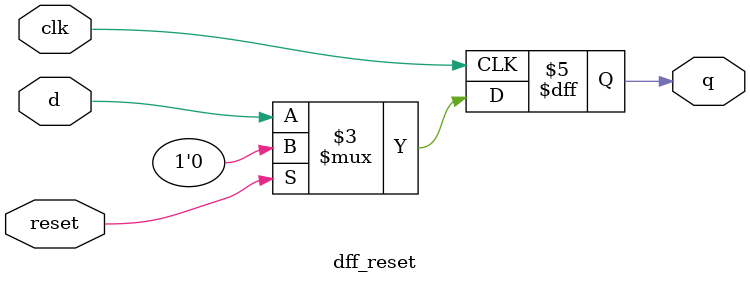
<source format=v>
module dff_reset (
	input 		clk,
	input			reset,
	input 		d,
	output reg 	q);
	
	always @(posedge clk)
		if (reset)
			q <= 1'b0;
		else
			q <= d;
			
endmodule

</source>
